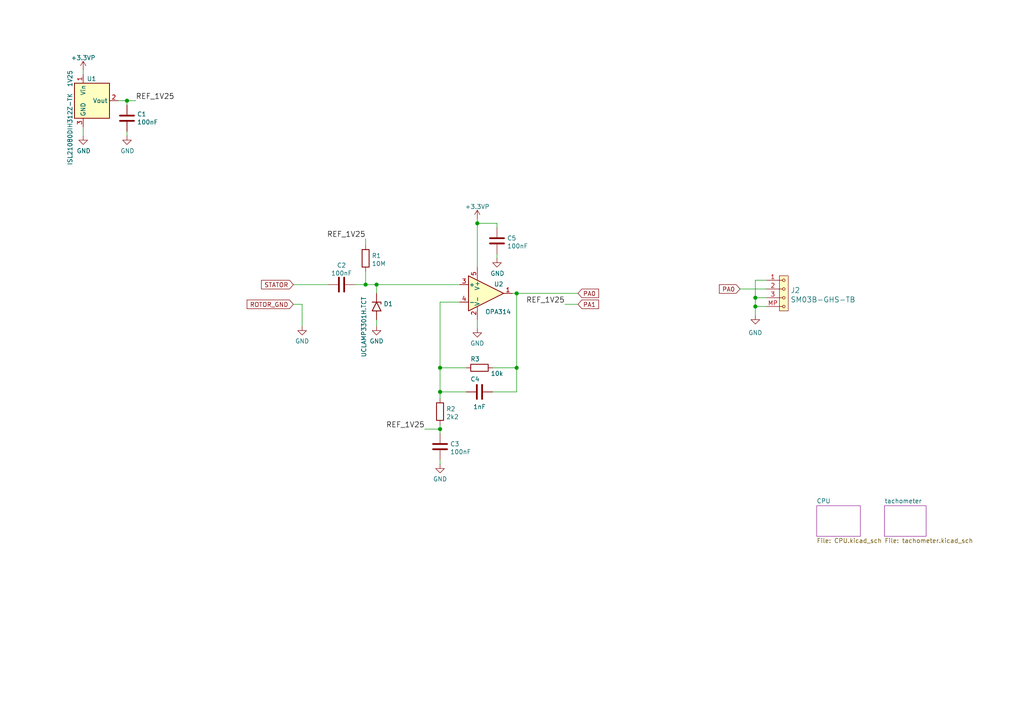
<source format=kicad_sch>
(kicad_sch (version 20211123) (generator eeschema)
  (paper "A4")
  (lib_symbols
    (symbol "Amplifier_Operational:OPA330xxDBV" (pin_names (offset 0.127))
      (property "Reference" "U" (at -1.27 6.35 0))
      (property "Value" "OPA330xxDBV" (at -1.27 3.81 0))
      (symbol "OPA330xxDBV_0_1"
        (polyline (pts (xy -5.08 5.08) (xy 5.08 0) (xy -5.08 -5.08) (xy -5.08 5.08)) (stroke (width 0.254)) (fill (type background)))
        (pin power_in line (at -2.54 -7.62 90) (length 3.81) (name "V-") (number "2"))
        (pin power_in line (at -2.54 7.62 270) (length 3.81) (name "V+") (number "5"))
      )
      (symbol "OPA330xxDBV_1_1"
        (pin output line (at 7.62 0 180) (length 2.54) (name "~") (number "1"))
        (pin input line (at -7.62 2.54 0) (length 2.54) (name "+") (number "3"))
        (pin input line (at -7.62 -2.54 0) (length 2.54) (name "-") (number "4"))
      )
    )
    (symbol "Device:C" (pin_numbers hide) (pin_names (offset 0.254))
      (property "Reference" "C" (at 0.635 2.54 0))
      (property "Value" "C" (at 0.635 -2.54 0))
      (symbol "C_0_1"
        (polyline (pts (xy -2.032 -0.762) (xy 2.032 -0.762)) (stroke (width 0.508)))
        (polyline (pts (xy -2.032 0.762) (xy 2.032 0.762)) (stroke (width 0.508)))
      )
      (symbol "C_1_1"
        (pin passive line (at 0 3.81 270) (length 2.794) (name "~") (number "1"))
        (pin passive line (at 0 -3.81 90) (length 2.794) (name "~") (number "2"))
      )
    )
    (symbol "Device:R" (pin_numbers hide) (pin_names (offset 0))
      (property "Reference" "R" (at 2.032 0 90))
      (property "Value" "R" (at 0 0 90))
      (symbol "R_0_1"
        (rectangle (start -1.016 -2.54) (end 1.016 2.54) (stroke (width 0.254)))
      )
      (symbol "R_1_1"
        (pin passive line (at 0 3.81 270) (length 1.27) (name "~") (number "1"))
        (pin passive line (at 0 -3.81 90) (length 1.27) (name "~") (number "2"))
      )
    )
    (symbol "Diode:SM6T12A" (pin_numbers hide) (pin_names (offset 1.016) hide)
      (property "Reference" "D" (at 0 2.54 0))
      (property "Value" "SM6T12A" (at 0 -2.54 0))
      (symbol "SM6T12A_0_1"
        (polyline (pts (xy -0.762 1.27) (xy -1.27 1.27) (xy -1.27 -1.27)) (stroke (width 0.254)))
        (polyline (pts (xy 1.27 1.27) (xy 1.27 -1.27) (xy -1.27 0) (xy 1.27 1.27)) (stroke (width 0.254)))
      )
      (symbol "SM6T12A_1_1"
        (pin passive line (at -3.81 0 0) (length 2.54) (name "A1") (number "1"))
        (pin passive line (at 3.81 0 180) (length 2.54) (name "A2") (number "2"))
      )
    )
    (symbol "MLAB_CONNECTORS_JST:SM03B-GHS-TB" (pin_names (offset 1.016))
      (property "Reference" "J" (at 0 -6.35 0))
      (property "Value" "SM03B-GHS-TB" (at 0 6.35 0))
      (property "Footprint" "Connector_JST:JST_GH_SM03B-GHS-TB_1x03-1MP_P1.25mm_Horizontal" (at 0 3.81 0))
      (symbol "SM03B-GHS-TB_0_1"
        (rectangle (start -1.27 5.08) (end 1.27 -5.08) (fill (type background)))
        (circle (center 0 -3.81) (radius 0.381))
        (circle (center 0 -1.27) (radius 0.381))
        (polyline (pts (xy -1.27 -3.81) (xy -0.381 -3.81)))
        (polyline (pts (xy -1.27 -1.27) (xy -0.381 -1.27)))
        (polyline (pts (xy -1.27 1.27) (xy -0.381 1.27)))
        (polyline (pts (xy -1.27 3.81) (xy -0.381 3.81)))
        (circle (center 0 1.27) (radius 0.381))
        (circle (center 0 3.81) (radius 0.381))
      )
      (symbol "SM03B-GHS-TB_1_1"
        (pin input line (at -5.08 3.81 0) (length 3.81) (name "~") (number "1"))
        (pin input line (at -5.08 1.27 0) (length 3.81) (name "~") (number "2"))
        (pin input line (at -5.08 -1.27 0) (length 3.81) (name "~") (number "3"))
        (pin input line (at -5.08 -3.81 0) (length 3.81) (name "") (number "MP"))
      )
    )
    (symbol "Reference_Voltage:ISL21070CIH320Z-TK"
      (property "Reference" "U" (at -0.635 8.255 0))
      (property "Value" "ISL21070CIH320Z-TK" (at -1.905 6.35 0))
      (symbol "ISL21070CIH320Z-TK_0_1"
        (rectangle (start -5.08 5.08) (end 5.08 -5.08) (stroke (width 0.254)) (fill (type background)))
      )
      (symbol "ISL21070CIH320Z-TK_1_1"
        (pin power_in line (at -2.54 7.62 270) (length 2.54) (name "Vin") (number "1"))
        (pin power_out line (at 7.62 0 180) (length 2.54) (name "Vout") (number "2"))
        (pin power_in line (at -2.54 -7.62 90) (length 2.54) (name "GND") (number "3"))
      )
    )
    (symbol "power:+3.3VP" (power) (pin_names (offset 0))
      (property "Value" "+3.3VP" (at 0 2.54 0))
      (symbol "+3.3VP_0_0"
        (pin power_in line (at 0 0 90) (length 0) hide (name "+3.3VP") (number "1"))
      )
      (symbol "+3.3VP_0_1"
        (polyline (pts (xy -0.762 1.27) (xy 0 2.54)))
        (polyline (pts (xy 0 0) (xy 0 2.54)))
        (polyline (pts (xy 0 2.54) (xy 0.762 1.27)))
      )
    )
    (symbol "power:GND" (power) (pin_names (offset 0))
      (property "Value" "GND" (at 0 -3.81 0))
      (symbol "GND_0_1"
        (polyline (pts (xy 0 0) (xy 0 -1.27) (xy 1.27 -1.27) (xy 0 -2.54) (xy -1.27 -1.27) (xy 0 -1.27)))
      )
      (symbol "GND_1_1"
        (pin power_in line (at 0 0 270) (length 0) hide (name "GND") (number "1"))
      )
    )
  )
  (junction (at 138.43 64.77) (diameter 1.016))
  (junction (at 106.045 82.55) (diameter 1.016))
  (junction (at 127.635 113.665) (diameter 1.016))
  (junction (at 219.075 88.9) (diameter 1.016))
  (junction (at 127.635 106.68) (diameter 1.016))
  (junction (at 149.86 85.09) (diameter 1.016))
  (junction (at 109.22 82.55) (diameter 1.016))
  (junction (at 149.86 106.68) (diameter 1.016))
  (junction (at 36.83 29.21) (diameter 1.016))
  (junction (at 127.635 124.46) (diameter 1.016))
  (junction (at 219.075 86.36) (diameter 1.016))
  (wire (pts (xy 149.86 85.09) (xy 167.64 85.09)))
  (wire (pts (xy 106.045 78.74) (xy 106.045 82.55)))
  (wire (pts (xy 219.075 81.28) (xy 219.075 86.36)))
  (wire (pts (xy 219.075 86.36) (xy 219.075 88.9)))
  (wire (pts (xy 219.075 88.9) (xy 219.075 91.44)))
  (wire (pts (xy 222.25 81.28) (xy 219.075 81.28)))
  (wire (pts (xy 36.83 29.21) (xy 39.37 29.21)))
  (wire (pts (xy 24.13 36.83) (xy 24.13 39.37)))
  (wire (pts (xy 109.22 82.55) (xy 109.22 85.09)))
  (wire (pts (xy 102.87 82.55) (xy 106.045 82.55)))
  (wire (pts (xy 106.045 82.55) (xy 109.22 82.55)))
  (wire (pts (xy 109.22 82.55) (xy 133.35 82.55)))
  (wire (pts (xy 85.09 82.55) (xy 95.25 82.55)))
  (wire (pts (xy 36.83 30.48) (xy 36.83 29.21)))
  (wire (pts (xy 214.63 83.82) (xy 222.25 83.82)))
  (wire (pts (xy 127.635 106.68) (xy 135.255 106.68)))
  (wire (pts (xy 148.59 85.09) (xy 149.86 85.09)))
  (wire (pts (xy 85.09 88.265) (xy 87.63 88.265)))
  (wire (pts (xy 87.63 88.265) (xy 87.63 94.615)))
  (wire (pts (xy 127.635 113.665) (xy 135.255 113.665)))
  (wire (pts (xy 138.43 63.5) (xy 138.43 64.77)))
  (wire (pts (xy 138.43 64.77) (xy 138.43 77.47)))
  (wire (pts (xy 24.13 20.32) (xy 24.13 21.59)))
  (wire (pts (xy 219.075 88.9) (xy 222.25 88.9)))
  (wire (pts (xy 138.43 92.71) (xy 138.43 95.25)))
  (wire (pts (xy 106.045 69.215) (xy 106.045 71.12)))
  (wire (pts (xy 142.875 106.68) (xy 149.86 106.68)))
  (wire (pts (xy 149.86 106.68) (xy 149.86 85.09)))
  (wire (pts (xy 219.075 86.36) (xy 222.25 86.36)))
  (wire (pts (xy 127.635 106.68) (xy 127.635 113.665)))
  (wire (pts (xy 127.635 113.665) (xy 127.635 115.57)))
  (wire (pts (xy 163.83 88.265) (xy 167.64 88.265)))
  (wire (pts (xy 34.29 29.21) (xy 36.83 29.21)))
  (wire (pts (xy 138.43 64.77) (xy 144.145 64.77)))
  (wire (pts (xy 144.145 66.04) (xy 144.145 64.77)))
  (wire (pts (xy 109.22 92.71) (xy 109.22 94.615)))
  (wire (pts (xy 127.635 123.19) (xy 127.635 124.46)))
  (wire (pts (xy 127.635 124.46) (xy 127.635 125.73)))
  (wire (pts (xy 127.635 133.35) (xy 127.635 134.62)))
  (wire (pts (xy 36.83 39.37) (xy 36.83 38.1)))
  (wire (pts (xy 127.635 87.63) (xy 127.635 106.68)))
  (wire (pts (xy 133.35 87.63) (xy 127.635 87.63)))
  (wire (pts (xy 123.19 124.46) (xy 127.635 124.46)))
  (wire (pts (xy 144.145 73.66) (xy 144.145 74.93)))
  (wire (pts (xy 142.875 113.665) (xy 149.86 113.665)))
  (wire (pts (xy 149.86 113.665) (xy 149.86 106.68)))
  (label "REF_1V25" (at 106.045 69.215 180) (effects (font (size 1.524 1.524))))
  (label "REF_1V25" (at 163.83 88.265 180) (effects (font (size 1.524 1.524))))
  (label "REF_1V25" (at 123.19 124.46 180) (effects (font (size 1.524 1.524))))
  (label "REF_1V25" (at 39.37 29.21 0) (effects (font (size 1.524 1.524))))
  (global_label "ROTOR_GND" (shape input) (at 85.09 88.265 180) (property "Intersheet References" "${INTERSHEET_REFS}" (effects hide)))
  (global_label "STATOR" (shape input) (at 85.09 82.55 180) (property "Intersheet References" "${INTERSHEET_REFS}" (effects hide)))
  (global_label "PA0" (shape input) (at 214.63 83.82 180) (property "Intersheet References" "${INTERSHEET_REFS}" (effects hide)))
  (global_label "PA1" (shape input) (at 167.64 88.265 0) (property "Intersheet References" "${INTERSHEET_REFS}" (effects hide)))
  (global_label "PA0" (shape input) (at 167.64 85.09 0) (property "Intersheet References" "${INTERSHEET_REFS}" (effects hide)))
  (symbol (lib_id "power:GND") (at 24.13 39.37 0) (unit 1)
    (property "Reference" "#PWR02" (effects hide))
    (property "Value" "GND" (at 24.257 43.7642 0))
  )
  (symbol (lib_id "Device:C") (at 139.065 113.665 90) (unit 1)
    (property "Reference" "C4" (at 137.795 109.9778 90))
    (property "Value" "1nF" (at 139.065 117.9915 90))
    (property "Footprint" "Capacitor_SMD:C_0603_1608Metric" (effects hide))
    (property "UST_ID" "5c70984812875079b91f8bec" (effects hide))
  )
  (symbol (lib_id "power:GND") (at 87.63 94.615 0) (unit 1)
    (property "Reference" "#PWR04" (effects hide))
    (property "Value" "GND" (at 87.63 98.9394 0))
  )
  (symbol (lib_id "power:+3.3VP") (at 138.43 63.5 0) (unit 1)
    (property "Reference" "#PWR07" (effects hide))
    (property "Value" "+3.3VP" (at 138.43 59.9526 0))
  )
  (symbol (lib_id "power:GND") (at 138.43 95.25 0) (unit 1)
    (property "Reference" "#PWR08" (effects hide))
    (property "Value" "GND" (at 138.43 99.5744 0))
  )
  (symbol (lib_id "Device:R") (at 139.065 106.68 90) (unit 1)
    (property "Reference" "R3" (at 137.795 104.1358 90))
    (property "Value" "10k" (at 144.145 108.3395 90))
    (property "Footprint" "Resistor_SMD:R_0603_1608Metric" (effects hide))
    (property "UST_ID" "5c70984512875079b91f8962" (effects hide))
  )
  (symbol (lib_id "power:GND") (at 144.145 74.93 0) (unit 1)
    (property "Reference" "#PWR09" (effects hide))
    (property "Value" "GND" (at 144.272 79.3242 0))
  )
  (symbol (lib_id "Device:R") (at 127.635 119.38 180) (unit 1)
    (property "Reference" "R2" (at 129.4131 118.6191 0) (effects (justify right)))
    (property "Value" "2k2" (at 129.4131 120.9178 0) (effects (justify right)))
    (property "Footprint" "Resistor_SMD:R_0603_1608Metric" (effects hide))
    (property "UST_ID" "5c70984512875079b91f895e" (effects hide))
  )
  (symbol (lib_id "Diode:SM6T12A") (at 109.22 88.9 270) (unit 1)
    (property "Reference" "D1" (at 111.2521 88.1391 90) (effects (justify left)))
    (property "Value" "UCLAMP3301H.TCT" (at 105.5371 85.9928 0) (effects (justify left)))
    (property "Footprint" "Diode_SMD:D_SOD-523" (effects hide))
    (property "Datasheet" "https://www.st.com/resource/en/datasheet/sm6t.pdf" (effects hide))
    (property "UST_ID" "612514fe1287500165a976f3" (effects hide))
  )
  (symbol (lib_id "power:GND") (at 127.635 134.62 0) (unit 1)
    (property "Reference" "#PWR06" (effects hide))
    (property "Value" "GND" (at 127.635 138.9444 0))
  )
  (symbol (lib_id "power:+3.3VP") (at 24.13 20.32 0) (unit 1)
    (property "Reference" "#PWR01" (effects hide))
    (property "Value" "+3.3VP" (at 24.13 16.7726 0))
  )
  (symbol (lib_id "Device:R") (at 106.045 74.93 0) (unit 1)
    (property "Reference" "R1" (at 107.8231 74.1691 0) (effects (justify left)))
    (property "Value" "10M" (at 107.8231 76.4678 0) (effects (justify left)))
    (property "Footprint" "Resistor_SMD:R_0603_1608Metric" (effects hide))
    (property "UST_ID" "5c70984712875079b91f8b6d" (effects hide))
  )
  (symbol (lib_id "power:GND") (at 109.22 94.615 0) (unit 1)
    (property "Reference" "#PWR05" (effects hide))
    (property "Value" "GND" (at 109.22 98.9394 0))
  )
  (symbol (lib_id "power:GND") (at 36.83 39.37 0) (unit 1)
    (property "Reference" "#PWR03" (effects hide))
    (property "Value" "GND" (at 36.957 43.7642 0))
  )
  (symbol (lib_id "Device:C") (at 144.145 69.85 180) (unit 1)
    (property "Reference" "C5" (at 147.0661 69.0891 0) (effects (justify right)))
    (property "Value" "100nF" (at 147.0661 71.3878 0) (effects (justify right)))
    (property "Footprint" "Capacitor_SMD:C_0603_1608Metric" (effects hide))
    (property "UST_ID" "5c70984812875079b91f8bf2" (effects hide))
  )
  (symbol (lib_id "Amplifier_Operational:OPA330xxDBV") (at 140.97 85.09 0) (unit 1)
    (property "Reference" "U2" (at 143.2561 82.4241 0) (effects (justify left)))
    (property "Value" "OPA314" (at 140.7161 90.4378 0) (effects (justify left)))
    (property "Footprint" "Package_TO_SOT_SMD:SOT-23-5" (effects hide))
    (property "Datasheet" "https://www.ti.com/lit/ds/symlink/opa314-q1.pdf?HQS=dis-mous-null-mousermode-dsf-pf-null-wwe&ts=1627026622034&ref_url=https%253A%252F%252Fcz.mouser.com%252F" (effects hide))
    (property "UST_ID" "5c70984412875079b91f879a" (effects hide))
  )
  (symbol (lib_id "Device:C") (at 127.635 129.54 180) (unit 1)
    (property "Reference" "C3" (at 130.5561 128.7791 0) (effects (justify right)))
    (property "Value" "100nF" (at 130.5561 131.0778 0) (effects (justify right)))
    (property "Footprint" "Capacitor_SMD:C_0603_1608Metric" (effects hide))
    (property "UST_ID" "5c70984812875079b91f8bf2" (effects hide))
  )
  (symbol (lib_id "Device:C") (at 99.06 82.55 90) (unit 1)
    (property "Reference" "C2" (at 99.06 76.9578 90))
    (property "Value" "100nF" (at 99.06 79.2565 90))
    (property "Footprint" "Capacitor_SMD:C_0603_1608Metric" (effects hide))
    (property "UST_ID" "5c70984812875079b91f8bf2" (effects hide))
  )
  (symbol (lib_id "Reference_Voltage:ISL21070CIH320Z-TK") (at 26.67 29.21 0) (unit 1)
    (property "Reference" "U1" (at 27.94 22.86 0) (effects (justify right)))
    (property "Value" "ISL21080DIH312Z-TK  1V25" (at 20.32 20.32 90) (effects (justify right)))
    (property "Footprint" "Package_TO_SOT_SMD:SOT-23" (effects hide))
    (property "Datasheet" "http://www.intersil.com/content/dam/Intersil/documents/fn75/fn7599.pdf" (effects hide))
    (property "UST_ID" "5c70984712875079b91f8b7a" (effects hide))
  )
  (symbol (lib_id "Device:C") (at 36.83 34.29 0) (unit 1)
    (property "Reference" "C1" (at 39.751 33.1216 0) (effects (justify left)))
    (property "Value" "100nF" (at 39.751 35.433 0) (effects (justify left)))
    (property "Footprint" "Capacitor_SMD:C_0603_1608Metric" (effects hide))
    (property "UST_ID" "5c70984812875079b91f8bf2" (effects hide))
  )
  (symbol (lib_id "MLAB_CONNECTORS_JST:SM03B-GHS-TB") (at 227.33 85.09 0) (unit 1)
    (property "Reference" "J2" (at 229.2351 84.2024 0) (effects (font (size 1.524 1.524)) (justify left)))
    (property "Value" "SM03B-GHS-TB" (at 229.2351 86.91 0) (effects (font (size 1.524 1.524)) (justify left)))
    (property "Footprint" "Connector_JST:JST_GH_SM03B-GHS-TB_1x03-1MP_P1.25mm_Horizontal" (effects hide))
    (property "UST_ID" "612880e51287500165a978de" (effects hide))
  )
  (symbol (lib_id "power:GND") (at 219.075 91.44 0) (unit 1)
    (property "Reference" "#PWR020" (effects hide))
    (property "Value" "GND" (at 219.075 96.52 0))
  )
  (sheet (at 256.54 146.685) (size 12.065 8.89) (stroke (width 0.0006) (color 132 0 132 1)) (fill (color 255 255 255 0.0000))
    (property "Sheet name" "tachometer" (at 256.54 146.0493 0) (effects (justify left bottom)))
    (property "Sheet file" "tachometer.kicad_sch" (at 256.54 156.0837 0) (effects (justify left top)))
  )
  (sheet (at 236.855 146.685) (size 12.7 8.89) (stroke (width 0.0006) (color 132 0 132 1)) (fill (color 255 255 255 0.0000))
    (property "Sheet name" "CPU" (at 236.855 146.0493 0) (effects (justify left bottom)))
    (property "Sheet file" "CPU.kicad_sch" (at 236.855 156.0837 0) (effects (justify left top)))
  )
)
</source>
